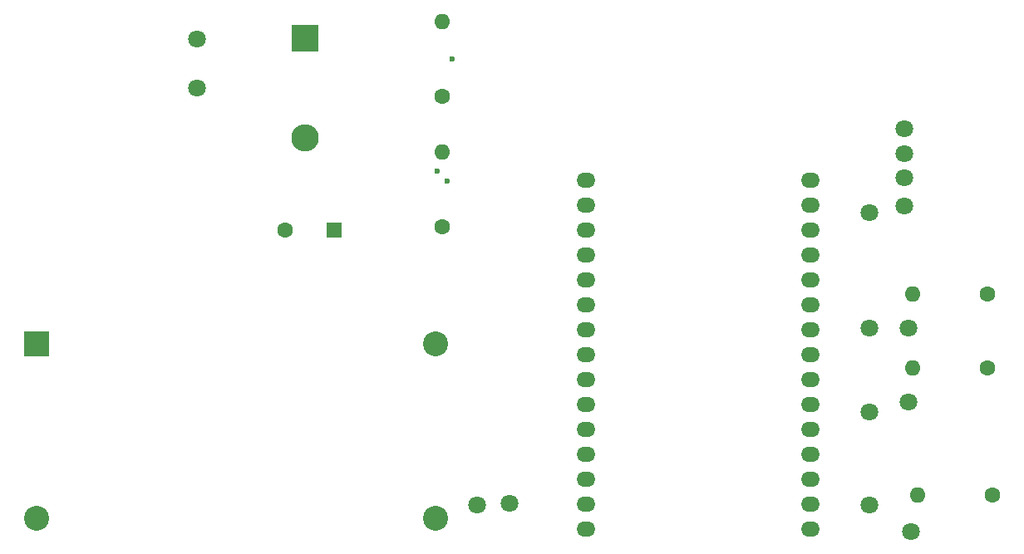
<source format=gbr>
%TF.GenerationSoftware,KiCad,Pcbnew,8.0.1*%
%TF.CreationDate,2024-09-13T18:51:00+01:00*%
%TF.ProjectId,monitor,6d6f6e69-746f-4722-9e6b-696361645f70,rev?*%
%TF.SameCoordinates,Original*%
%TF.FileFunction,Copper,L2,Bot*%
%TF.FilePolarity,Positive*%
%FSLAX46Y46*%
G04 Gerber Fmt 4.6, Leading zero omitted, Abs format (unit mm)*
G04 Created by KiCad (PCBNEW 8.0.1) date 2024-09-13 18:51:00*
%MOMM*%
%LPD*%
G01*
G04 APERTURE LIST*
%TA.AperFunction,ComponentPad*%
%ADD10O,1.900000X1.524000*%
%TD*%
%TA.AperFunction,ComponentPad*%
%ADD11C,1.600000*%
%TD*%
%TA.AperFunction,ComponentPad*%
%ADD12O,1.600000X1.600000*%
%TD*%
%TA.AperFunction,ComponentPad*%
%ADD13R,1.600000X1.600000*%
%TD*%
%TA.AperFunction,ComponentPad*%
%ADD14R,2.540000X2.540000*%
%TD*%
%TA.AperFunction,ComponentPad*%
%ADD15C,2.540000*%
%TD*%
%TA.AperFunction,ComponentPad*%
%ADD16R,2.800000X2.800000*%
%TD*%
%TA.AperFunction,ComponentPad*%
%ADD17O,2.800000X2.800000*%
%TD*%
%TA.AperFunction,ViaPad*%
%ADD18C,1.800000*%
%TD*%
%TA.AperFunction,ViaPad*%
%ADD19C,0.600000*%
%TD*%
G04 APERTURE END LIST*
D10*
%TO.P,REF\u002A\u002A,1*%
%TO.N,N/C*%
X108640000Y-128440000D03*
%TO.P,REF\u002A\u002A,2*%
X108640000Y-125900000D03*
%TO.P,REF\u002A\u002A,3*%
X108640000Y-123360000D03*
%TO.P,REF\u002A\u002A,4*%
X108640000Y-120820000D03*
%TO.P,REF\u002A\u002A,5*%
X108640000Y-118280000D03*
%TO.P,REF\u002A\u002A,6*%
X108640000Y-115740000D03*
%TO.P,REF\u002A\u002A,7*%
X108640000Y-113200000D03*
%TO.P,REF\u002A\u002A,8*%
X108640000Y-110660000D03*
%TO.P,REF\u002A\u002A,9*%
X108640000Y-108120000D03*
%TO.P,REF\u002A\u002A,10*%
X108640000Y-105580000D03*
%TO.P,REF\u002A\u002A,11*%
X108640000Y-103040000D03*
%TO.P,REF\u002A\u002A,12*%
X108640000Y-100500000D03*
%TO.P,REF\u002A\u002A,13*%
X108640000Y-97960000D03*
%TO.P,REF\u002A\u002A,14*%
X108640000Y-95420000D03*
%TO.P,REF\u002A\u002A,15*%
X108640000Y-92880000D03*
%TO.P,REF\u002A\u002A,16*%
X131500000Y-92880000D03*
%TO.P,REF\u002A\u002A,17*%
X131500000Y-95420000D03*
%TO.P,REF\u002A\u002A,18*%
X131500000Y-97960000D03*
%TO.P,REF\u002A\u002A,19*%
X131500000Y-100500000D03*
%TO.P,REF\u002A\u002A,20*%
X131500000Y-103040000D03*
%TO.P,REF\u002A\u002A,21*%
X131500000Y-105580000D03*
%TO.P,REF\u002A\u002A,22*%
X131500000Y-108120000D03*
%TO.P,REF\u002A\u002A,23*%
X131500000Y-110660000D03*
%TO.P,REF\u002A\u002A,24*%
X131500000Y-113200000D03*
%TO.P,REF\u002A\u002A,25*%
X131500000Y-115740000D03*
%TO.P,REF\u002A\u002A,26*%
X131500000Y-118280000D03*
%TO.P,REF\u002A\u002A,27*%
X131500000Y-120820000D03*
%TO.P,REF\u002A\u002A,28*%
X131500000Y-123360000D03*
%TO.P,REF\u002A\u002A,29*%
X131500000Y-125900000D03*
%TO.P,REF\u002A\u002A,30*%
X131500000Y-128440000D03*
%TD*%
D11*
%TO.P,5.6k,1*%
%TO.N,N/C*%
X94000000Y-97620000D03*
D12*
%TO.P,5.6k,2*%
X94000000Y-90000000D03*
%TD*%
D13*
%TO.P,REF1,1*%
%TO.N,N/C*%
X83000000Y-98000000D03*
D11*
%TO.P,REF1,2*%
X78000000Y-98000000D03*
%TD*%
D14*
%TO.P,REF\u002A\u002A,1*%
%TO.N,N/C*%
X52680000Y-109610000D03*
D15*
%TO.P,REF\u002A\u002A,2*%
X52680000Y-127390000D03*
%TO.P,REF\u002A\u002A,3*%
X93320000Y-127390000D03*
%TO.P,REF\u002A\u002A,4*%
X93320000Y-109610000D03*
%TD*%
D11*
%TO.P,10k,1*%
%TO.N,N/C*%
X149500000Y-104500000D03*
D12*
%TO.P,10k,2*%
X141880000Y-104500000D03*
%TD*%
D11*
%TO.P,10k,1*%
%TO.N,N/C*%
X150000000Y-125000000D03*
D12*
%TO.P,10k,2*%
X142380000Y-125000000D03*
%TD*%
D11*
%TO.P,10k,1*%
%TO.N,N/C*%
X149500000Y-112000000D03*
D12*
%TO.P,10k,2*%
X141880000Y-112000000D03*
%TD*%
D11*
%TO.P,100k,1*%
%TO.N,N/C*%
X94000000Y-84310000D03*
D12*
%TO.P,100k,2*%
X94000000Y-76690000D03*
%TD*%
D16*
%TO.P,REF\u002A\u002A,1*%
%TO.N,N/C*%
X80000000Y-78420000D03*
D17*
%TO.P,REF\u002A\u002A,2*%
X80000000Y-88580000D03*
%TD*%
D18*
%TO.N,*%
X141500000Y-108000000D03*
X137500000Y-108000000D03*
X141000000Y-92661720D03*
X137500000Y-96161720D03*
X141000000Y-95500000D03*
X141000000Y-90161720D03*
X69000000Y-78500000D03*
X141500000Y-115500000D03*
D19*
X95000000Y-80500000D03*
X93500000Y-92000000D03*
D18*
X69000000Y-83500000D03*
D19*
X94000000Y-97620000D03*
D18*
X100816560Y-125816560D03*
X137500000Y-126000000D03*
X141000000Y-87661720D03*
D19*
X94500000Y-93000000D03*
D18*
X141750000Y-128750000D03*
X97500000Y-126000000D03*
X137500000Y-116500000D03*
%TD*%
M02*

</source>
